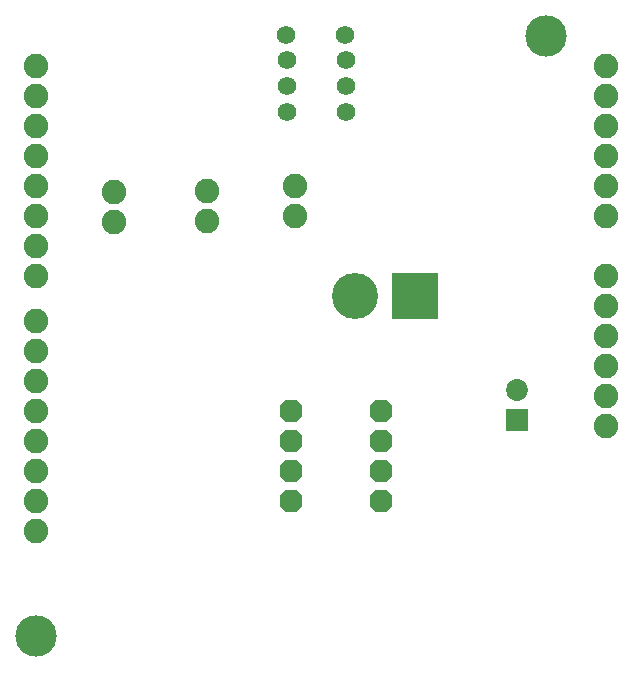
<source format=gts>
G75*
G70*
%OFA0B0*%
%FSLAX24Y24*%
%IPPOS*%
%LPD*%
%AMOC8*
5,1,8,0,0,1.08239X$1,22.5*
%
%ADD10C,0.0820*%
%ADD11C,0.1380*%
%ADD12OC8,0.0760*%
%ADD13R,0.0730X0.0730*%
%ADD14C,0.0730*%
%ADD15C,0.0620*%
%ADD16C,0.1537*%
%ADD17R,0.1537X0.1537*%
D10*
X001509Y012260D03*
X001509Y013260D03*
X001509Y014260D03*
X001509Y015260D03*
X001509Y016260D03*
X001509Y017260D03*
X001509Y018260D03*
X001509Y019260D03*
X001509Y020760D03*
X001509Y021760D03*
X001509Y022760D03*
X001509Y023760D03*
X001509Y024760D03*
X001509Y025760D03*
X001509Y026760D03*
X001509Y027760D03*
X004104Y023571D03*
X004104Y022571D03*
X007200Y022618D03*
X007200Y023618D03*
X010138Y023785D03*
X010138Y022785D03*
X020509Y022760D03*
X020509Y023760D03*
X020509Y024760D03*
X020509Y025760D03*
X020509Y026760D03*
X020509Y027760D03*
X020509Y020760D03*
X020509Y019760D03*
X020509Y018760D03*
X020509Y017760D03*
X020509Y016760D03*
X020509Y015760D03*
D11*
X001509Y008760D03*
X018509Y028760D03*
D12*
X013009Y016274D03*
X013009Y015274D03*
X013009Y014274D03*
X013009Y013274D03*
X010009Y013274D03*
X010009Y014274D03*
X010009Y015274D03*
X010009Y016274D03*
D13*
X017548Y015964D03*
D14*
X017548Y016964D03*
D15*
X011851Y026248D03*
X011847Y027111D03*
X011843Y027952D03*
X011824Y028793D03*
X009856Y028793D03*
X009874Y027952D03*
X009879Y027111D03*
X009883Y026248D03*
D16*
X012155Y020093D03*
D17*
X014155Y020093D03*
M02*

</source>
